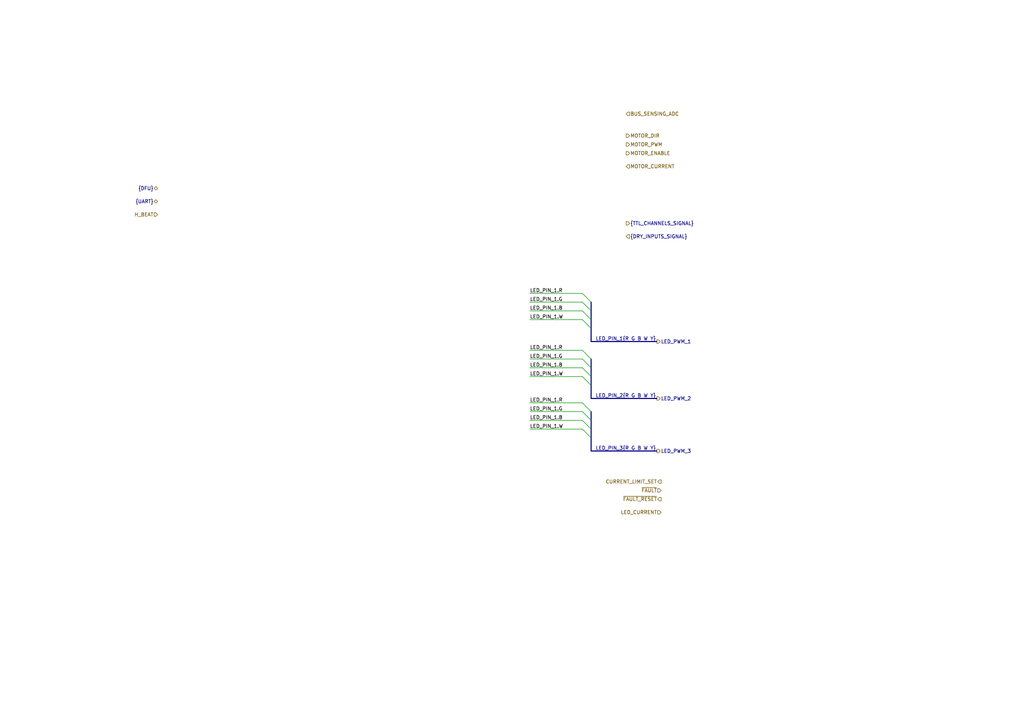
<source format=kicad_sch>
(kicad_sch
	(version 20250114)
	(generator "eeschema")
	(generator_version "9.0")
	(uuid "0ad43ca9-2e61-42a0-a60e-384e5cb1ad3c")
	(paper "A4")
	(lib_symbols)
	(bus_entry
		(at 171.45 127)
		(size -2.54 -2.54)
		(stroke
			(width 0)
			(type default)
		)
		(uuid "09d4c84f-f64d-4734-874f-9b48a7f558b0")
	)
	(bus_entry
		(at 171.45 121.92)
		(size -2.54 -2.54)
		(stroke
			(width 0)
			(type default)
		)
		(uuid "24e6dd9b-d008-4c46-a585-dfb88c517f55")
	)
	(bus_entry
		(at 171.45 106.68)
		(size -2.54 -2.54)
		(stroke
			(width 0)
			(type default)
		)
		(uuid "4d9ec2be-73d2-4be5-8e4e-160e66a2a138")
	)
	(bus_entry
		(at 171.45 90.17)
		(size -2.54 -2.54)
		(stroke
			(width 0)
			(type default)
		)
		(uuid "6c43064f-67ef-4847-b55f-cf7eae20dea1")
	)
	(bus_entry
		(at 171.45 109.22)
		(size -2.54 -2.54)
		(stroke
			(width 0)
			(type default)
		)
		(uuid "6f6b3a00-7602-4b19-85b0-c90bca2694d3")
	)
	(bus_entry
		(at 171.45 119.38)
		(size -2.54 -2.54)
		(stroke
			(width 0)
			(type default)
		)
		(uuid "7551f466-fb16-49ff-9e70-c512db8eda0c")
	)
	(bus_entry
		(at 171.45 87.63)
		(size -2.54 -2.54)
		(stroke
			(width 0)
			(type default)
		)
		(uuid "8650b0a0-fb21-4607-b70f-a48fde4e09b7")
	)
	(bus_entry
		(at 171.45 92.71)
		(size -2.54 -2.54)
		(stroke
			(width 0)
			(type default)
		)
		(uuid "9c75e040-13bd-4980-bc45-0b01903cf8ee")
	)
	(bus_entry
		(at 171.45 111.76)
		(size -2.54 -2.54)
		(stroke
			(width 0)
			(type default)
		)
		(uuid "a74e0b23-38fa-46f9-bb03-85bf9283972e")
	)
	(bus_entry
		(at 171.45 104.14)
		(size -2.54 -2.54)
		(stroke
			(width 0)
			(type default)
		)
		(uuid "a9a1653c-6481-4ba9-b027-7190523b4289")
	)
	(bus_entry
		(at 171.45 124.46)
		(size -2.54 -2.54)
		(stroke
			(width 0)
			(type default)
		)
		(uuid "b771f8f5-4a39-4d66-b98a-3d56bca2a16f")
	)
	(bus_entry
		(at 171.45 95.25)
		(size -2.54 -2.54)
		(stroke
			(width 0)
			(type default)
		)
		(uuid "e2f6d7d8-7cca-4454-863e-992ea0260d93")
	)
	(wire
		(pts
			(xy 153.67 85.09) (xy 168.91 85.09)
		)
		(stroke
			(width 0)
			(type default)
		)
		(uuid "26b29f73-1a57-4328-8c65-cd8cd25a4c92")
	)
	(bus
		(pts
			(xy 171.45 109.22) (xy 171.45 111.76)
		)
		(stroke
			(width 0)
			(type default)
		)
		(uuid "2e0fa3c6-5628-44ce-a200-ecd92c2af3ca")
	)
	(bus
		(pts
			(xy 171.45 115.57) (xy 190.5 115.57)
		)
		(stroke
			(width 0)
			(type default)
		)
		(uuid "39ddc2ab-41d4-49fb-836a-1dfa11cc70d2")
	)
	(bus
		(pts
			(xy 171.45 119.38) (xy 171.45 121.92)
		)
		(stroke
			(width 0)
			(type default)
		)
		(uuid "3cba8ed6-e5a2-4038-b104-8354eb862466")
	)
	(wire
		(pts
			(xy 153.67 87.63) (xy 168.91 87.63)
		)
		(stroke
			(width 0)
			(type default)
		)
		(uuid "411261bf-4890-431e-969a-00efc3068445")
	)
	(bus
		(pts
			(xy 171.45 130.81) (xy 190.5 130.81)
		)
		(stroke
			(width 0)
			(type default)
		)
		(uuid "44c6d067-cb3f-4b40-a902-006f0b580b46")
	)
	(bus
		(pts
			(xy 171.45 130.81) (xy 171.45 127)
		)
		(stroke
			(width 0)
			(type default)
		)
		(uuid "4cfb87fb-8fa2-4dce-be7c-8e6a26c4e751")
	)
	(wire
		(pts
			(xy 153.67 124.46) (xy 168.91 124.46)
		)
		(stroke
			(width 0)
			(type default)
		)
		(uuid "53900e33-dfe8-4f0e-bb69-2404a82b22f5")
	)
	(bus
		(pts
			(xy 171.45 124.46) (xy 171.45 127)
		)
		(stroke
			(width 0)
			(type default)
		)
		(uuid "5d4d8ab5-37d0-401a-981e-32e2b9da98c6")
	)
	(bus
		(pts
			(xy 171.45 115.57) (xy 171.45 111.76)
		)
		(stroke
			(width 0)
			(type default)
		)
		(uuid "737bef28-c60a-42f2-a893-e4543f8e1f53")
	)
	(wire
		(pts
			(xy 153.67 104.14) (xy 168.91 104.14)
		)
		(stroke
			(width 0)
			(type default)
		)
		(uuid "76f4fc16-d2db-4d7f-bd38-d4cd88714186")
	)
	(bus
		(pts
			(xy 171.45 106.68) (xy 171.45 109.22)
		)
		(stroke
			(width 0)
			(type default)
		)
		(uuid "842ff7cc-2ae2-4b1c-8244-b81b4b24cbbe")
	)
	(bus
		(pts
			(xy 171.45 90.17) (xy 171.45 92.71)
		)
		(stroke
			(width 0)
			(type default)
		)
		(uuid "8741b416-292d-4565-bd78-ba335515889e")
	)
	(wire
		(pts
			(xy 153.67 121.92) (xy 168.91 121.92)
		)
		(stroke
			(width 0)
			(type default)
		)
		(uuid "8beebdc1-e671-49d9-892f-02d7e574b870")
	)
	(wire
		(pts
			(xy 153.67 119.38) (xy 168.91 119.38)
		)
		(stroke
			(width 0)
			(type default)
		)
		(uuid "9c298589-b713-4e9c-9203-29e9b6da208c")
	)
	(wire
		(pts
			(xy 153.67 90.17) (xy 168.91 90.17)
		)
		(stroke
			(width 0)
			(type default)
		)
		(uuid "9dd23554-e4eb-4832-bb3b-4d307ae09648")
	)
	(wire
		(pts
			(xy 153.67 101.6) (xy 168.91 101.6)
		)
		(stroke
			(width 0)
			(type default)
		)
		(uuid "a02f9971-f181-4986-b5cd-a0f91fd21f66")
	)
	(wire
		(pts
			(xy 153.67 116.84) (xy 168.91 116.84)
		)
		(stroke
			(width 0)
			(type default)
		)
		(uuid "a0f1d721-870b-4865-982c-3902ee961e61")
	)
	(bus
		(pts
			(xy 171.45 104.14) (xy 171.45 106.68)
		)
		(stroke
			(width 0)
			(type default)
		)
		(uuid "a469c43a-8be3-4b74-a6c2-fdb47a89a49e")
	)
	(wire
		(pts
			(xy 153.67 109.22) (xy 168.91 109.22)
		)
		(stroke
			(width 0)
			(type default)
		)
		(uuid "b432d4d8-ccd5-4aec-902d-583f033cf744")
	)
	(bus
		(pts
			(xy 171.45 99.06) (xy 171.45 95.25)
		)
		(stroke
			(width 0)
			(type default)
		)
		(uuid "baa5f311-d9f6-4eb3-99bb-c9f520b0bd78")
	)
	(bus
		(pts
			(xy 171.45 121.92) (xy 171.45 124.46)
		)
		(stroke
			(width 0)
			(type default)
		)
		(uuid "d1613198-ce62-4d87-bfc0-bb6ac069ca6a")
	)
	(bus
		(pts
			(xy 171.45 92.71) (xy 171.45 95.25)
		)
		(stroke
			(width 0)
			(type default)
		)
		(uuid "d614f48c-9e75-435a-90c7-66ef3c36e7ae")
	)
	(wire
		(pts
			(xy 153.67 92.71) (xy 168.91 92.71)
		)
		(stroke
			(width 0)
			(type default)
		)
		(uuid "dd1f6598-fcb1-468a-a53f-832e94ed14d5")
	)
	(bus
		(pts
			(xy 171.45 99.06) (xy 190.5 99.06)
		)
		(stroke
			(width 0)
			(type default)
		)
		(uuid "ea960776-ea27-4b27-ac3f-8c2e0f5b880e")
	)
	(wire
		(pts
			(xy 153.67 106.68) (xy 168.91 106.68)
		)
		(stroke
			(width 0)
			(type default)
		)
		(uuid "f01c7ce2-167c-4281-bbda-a2c85c2d6e65")
	)
	(bus
		(pts
			(xy 171.45 87.63) (xy 171.45 90.17)
		)
		(stroke
			(width 0)
			(type default)
		)
		(uuid "f6014f9a-957a-496b-8a95-1b2dfbd99109")
	)
	(label "LED_PIN_1.G"
		(at 153.67 104.14 0)
		(effects
			(font
				(size 1.016 1.016)
			)
			(justify left bottom)
		)
		(uuid "016d9d2b-87a2-4a83-a044-9406f850fc07")
	)
	(label "LED_PIN_1.B"
		(at 153.67 121.92 0)
		(effects
			(font
				(size 1.016 1.016)
			)
			(justify left bottom)
		)
		(uuid "30177b3d-5a25-49bd-83e1-163e6ddb628c")
	)
	(label "LED_PIN_1.W"
		(at 153.67 92.71 0)
		(effects
			(font
				(size 1.016 1.016)
			)
			(justify left bottom)
		)
		(uuid "3c7a0407-430b-475c-9f6e-a75363cc6f3e")
	)
	(label "LED_PIN_1.R"
		(at 153.67 101.6 0)
		(effects
			(font
				(size 1.016 1.016)
			)
			(justify left bottom)
		)
		(uuid "477446e7-b16c-421e-b767-0e9cba256e6d")
	)
	(label "LED_PIN_1.R"
		(at 153.67 85.09 0)
		(effects
			(font
				(size 1.016 1.016)
			)
			(justify left bottom)
		)
		(uuid "542bb023-4d36-4b7f-b431-2af131dcd8bb")
	)
	(label "LED_PIN_1.B"
		(at 153.67 90.17 0)
		(effects
			(font
				(size 1.016 1.016)
			)
			(justify left bottom)
		)
		(uuid "553482da-b557-4e43-99bb-e624b66d09ad")
	)
	(label "LED_PIN_2{R G B W Y}"
		(at 172.72 115.57 0)
		(effects
			(font
				(size 1.016 1.016)
			)
			(justify left bottom)
		)
		(uuid "5b33da7b-7e08-4fc3-ba3c-e08332069348")
	)
	(label "LED_PIN_1.W"
		(at 153.67 109.22 0)
		(effects
			(font
				(size 1.016 1.016)
			)
			(justify left bottom)
		)
		(uuid "6761f42b-7596-4952-a6e7-db659d62f240")
	)
	(label "LED_PIN_1.W"
		(at 153.67 124.46 0)
		(effects
			(font
				(size 1.016 1.016)
			)
			(justify left bottom)
		)
		(uuid "855dbc7d-1aed-41cf-adfb-ee354eb41cc6")
	)
	(label "LED_PIN_1.G"
		(at 153.67 119.38 0)
		(effects
			(font
				(size 1.016 1.016)
			)
			(justify left bottom)
		)
		(uuid "88c4abcc-ec0f-4324-998e-889e02e17ed3")
	)
	(label "LED_PIN_3{R G B W Y}"
		(at 172.72 130.81 0)
		(effects
			(font
				(size 1.016 1.016)
			)
			(justify left bottom)
		)
		(uuid "89436540-6cf2-4c8c-8bea-e039e843d94f")
	)
	(label "LED_PIN_1{R G B W Y}"
		(at 172.72 99.06 0)
		(effects
			(font
				(size 1.016 1.016)
			)
			(justify left bottom)
		)
		(uuid "8ba22d12-0e15-4c38-b9c9-9e4fb7da05c8")
	)
	(label "LED_PIN_1.R"
		(at 153.67 116.84 0)
		(effects
			(font
				(size 1.016 1.016)
			)
			(justify left bottom)
		)
		(uuid "934fa6fe-e6c8-4e7c-a834-b347f56d723c")
	)
	(label "LED_PIN_1.B"
		(at 153.67 106.68 0)
		(effects
			(font
				(size 1.016 1.016)
			)
			(justify left bottom)
		)
		(uuid "ddfef37c-6328-446e-b5ed-48e1efd61deb")
	)
	(label "LED_PIN_1.G"
		(at 153.67 87.63 0)
		(effects
			(font
				(size 1.016 1.016)
			)
			(justify left bottom)
		)
		(uuid "f3b04715-3de7-46ae-afb1-a8922cab377d")
	)
	(hierarchical_label "LED_PWM_1"
		(shape output)
		(at 190.5 99.06 0)
		(effects
			(font
				(size 1.016 1.016)
			)
			(justify left)
		)
		(uuid "0612a9b5-7653-4401-9e59-d9b5e4c32282")
	)
	(hierarchical_label "{DRY_INPUTS_SIGNAL}"
		(shape input)
		(at 181.61 68.58 0)
		(effects
			(font
				(size 1.016 1.016)
			)
			(justify left)
		)
		(uuid "1f047f00-c3c9-4126-be73-4cc43d1c9e07")
	)
	(hierarchical_label "MOTOR_ENABLE"
		(shape output)
		(at 181.61 44.45 0)
		(effects
			(font
				(size 1.016 1.016)
			)
			(justify left)
		)
		(uuid "2d457ddf-2341-4a7d-b056-9305e3b4ae54")
	)
	(hierarchical_label "LED_CURRENT"
		(shape input)
		(at 191.77 148.59 180)
		(effects
			(font
				(size 1.016 1.016)
			)
			(justify right)
		)
		(uuid "30cccc0e-0879-4b1c-975c-d1f3accc10eb")
	)
	(hierarchical_label "MOTOR_DIR"
		(shape output)
		(at 181.61 39.37 0)
		(effects
			(font
				(size 1.016 1.016)
			)
			(justify left)
		)
		(uuid "31bf5468-6b19-4be9-ad7a-67ecc34a1c13")
	)
	(hierarchical_label "~{FAULT}"
		(shape input)
		(at 191.77 142.24 180)
		(effects
			(font
				(size 1.016 1.016)
			)
			(justify right)
		)
		(uuid "44f811dc-5d8c-43d6-9105-87834d4d1395")
	)
	(hierarchical_label "LED_PWM_3"
		(shape output)
		(at 190.5 130.81 0)
		(effects
			(font
				(size 1.016 1.016)
			)
			(justify left)
		)
		(uuid "46cd51fc-b4d1-49c4-b5b3-bb05db01e403")
	)
	(hierarchical_label "{DFU}"
		(shape bidirectional)
		(at 45.72 54.61 180)
		(effects
			(font
				(size 1.016 1.016)
			)
			(justify right)
		)
		(uuid "534ac451-9137-4c53-aee7-48b6c117dbb0")
	)
	(hierarchical_label "BUS_SENSING_ADC"
		(shape input)
		(at 181.61 33.02 0)
		(effects
			(font
				(size 1.016 1.016)
			)
			(justify left)
		)
		(uuid "54b5fbb4-033f-42ac-88e9-3fb2972f77a6")
	)
	(hierarchical_label "~{FAULT_RESET}"
		(shape output)
		(at 191.77 144.78 180)
		(effects
			(font
				(size 1.016 1.016)
			)
			(justify right)
		)
		(uuid "689a3566-f422-4ca6-a447-b886b564f891")
	)
	(hierarchical_label "H_BEAT"
		(shape input)
		(at 45.72 62.23 180)
		(effects
			(font
				(size 1.016 1.016)
			)
			(justify right)
		)
		(uuid "6bdb27d3-2f9f-455f-be38-ffde0764ad4b")
	)
	(hierarchical_label "{TTL_CHANNELS_SIGNAL}"
		(shape output)
		(at 181.61 64.77 0)
		(effects
			(font
				(size 1.016 1.016)
			)
			(justify left)
		)
		(uuid "7179a92e-a741-4eac-b372-142ffbbdd4f0")
	)
	(hierarchical_label "MOTOR_PWM"
		(shape output)
		(at 181.61 41.91 0)
		(effects
			(font
				(size 1.016 1.016)
			)
			(justify left)
		)
		(uuid "adf8736d-8424-4e9a-b210-4e459c41e131")
	)
	(hierarchical_label "{UART}"
		(shape bidirectional)
		(at 45.72 58.42 180)
		(effects
			(font
				(size 1.016 1.016)
			)
			(justify right)
		)
		(uuid "b1afdf26-8168-459d-a326-6ef772566b7d")
	)
	(hierarchical_label "LED_PWM_2"
		(shape output)
		(at 190.5 115.57 0)
		(effects
			(font
				(size 1.016 1.016)
			)
			(justify left)
		)
		(uuid "dd8a0141-1832-42a6-a825-926b20fc9459")
	)
	(hierarchical_label "CURRENT_LIMIT_SET"
		(shape output)
		(at 191.77 139.7 180)
		(effects
			(font
				(size 1.016 1.016)
			)
			(justify right)
		)
		(uuid "e2eac70e-3c3f-4f1d-bdfb-699ffe03884c")
	)
	(hierarchical_label "MOTOR_CURRENT"
		(shape input)
		(at 181.61 48.26 0)
		(effects
			(font
				(size 1.016 1.016)
			)
			(justify left)
		)
		(uuid "e79f43f2-3872-4000-94a2-cef9d18e9093")
	)
)

</source>
